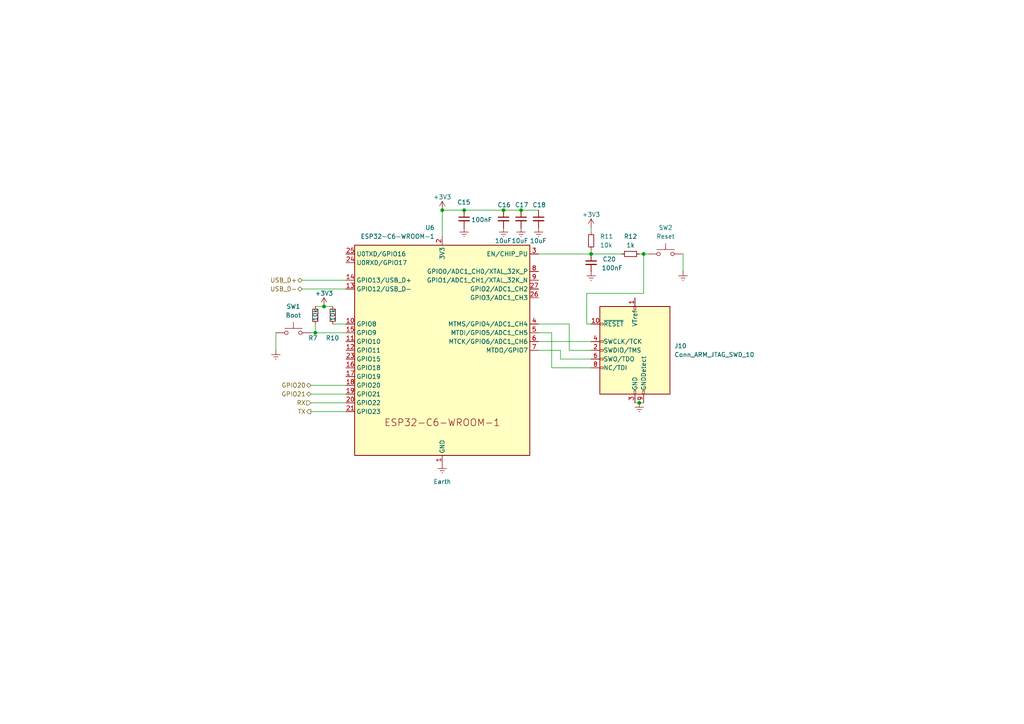
<source format=kicad_sch>
(kicad_sch (version 20231120) (generator "eeschema") (generator_version "8.0")
  (paper "A4")
  (lib_symbols
    (symbol "Connector:Conn_ARM_JTAG_SWD_10" (pin_names (offset 1.016))
      (property "Reference" "J" (at -2.54 16.51 0))
      (property "Value" "Conn_ARM_JTAG_SWD_10" (at -2.54 13.97 0))
      (symbol "Conn_ARM_JTAG_SWD_10_0_1"
        (rectangle (start -10.16 12.7) (end 10.16 -12.7) (stroke (width 0.254)) (fill (type background)))
        (rectangle (start -2.794 -12.7) (end -2.286 -11.684))
        (rectangle (start -0.254 -12.7) (end 0.254 -11.684))
        (rectangle (start -0.254 12.7) (end 0.254 11.684))
        (rectangle (start 9.144 2.286) (end 10.16 2.794))
        (rectangle (start 10.16 -2.794) (end 9.144 -2.286))
        (rectangle (start 10.16 -0.254) (end 9.144 0.254))
        (rectangle (start 10.16 7.874) (end 9.144 7.366))
      )
      (symbol "Conn_ARM_JTAG_SWD_10_1_1"
        (rectangle (start 9.144 -5.334) (end 10.16 -4.826))
        (pin power_in line (at 0 15.24 270) (length 2.54) (name "VTref") (number "1"))
        (pin open_collector line (at 12.7 7.62 180) (length 2.54) (name "~{RESET}") (number "10"))
        (pin bidirectional line (at 12.7 0 180) (length 2.54) (name "SWDIO/TMS") (number "2"))
        (pin power_in line (at 0 -15.24 90) (length 2.54) (name "GND") (number "3"))
        (pin output line (at 12.7 2.54 180) (length 2.54) (name "SWCLK/TCK") (number "4"))
        (pin passive line (at 0 -15.24 90) (length 2.54) hide (name "GND") (number "5"))
        (pin input line (at 12.7 -2.54 180) (length 2.54) (name "SWO/TDO") (number "6"))
        (pin no_connect line (at -10.16 0 0) (length 2.54) hide (name "KEY") (number "7"))
        (pin output line (at 12.7 -5.08 180) (length 2.54) (name "NC/TDI") (number "8"))
        (pin passive line (at -2.54 -15.24 90) (length 2.54) (name "GNDDetect") (number "9"))
      )
    )
    (symbol "Device:C_Small" (pin_numbers hide) (pin_names (offset 0.254) hide)
      (property "Reference" "C" (at 0.254 1.778 0))
      (property "Value" "C_Small" (at 0.254 -2.032 0))
      (symbol "C_Small_0_1"
        (polyline (pts (xy -1.524 -0.508) (xy 1.524 -0.508)) (stroke (width 0.3302)))
        (polyline (pts (xy -1.524 0.508) (xy 1.524 0.508)) (stroke (width 0.3048)))
      )
      (symbol "C_Small_1_1"
        (pin passive line (at 0 2.54 270) (length 2.032) (name "~") (number "1"))
        (pin passive line (at 0 -2.54 90) (length 2.032) (name "~") (number "2"))
      )
    )
    (symbol "Device:R_Small" (pin_numbers hide) (pin_names (offset 0.254) hide)
      (property "Reference" "R" (at 0.762 0.508 0))
      (property "Value" "R_Small" (at 0.762 -1.016 0))
      (symbol "R_Small_0_1"
        (rectangle (start -0.762 1.778) (end 0.762 -1.778) (stroke (width 0.2032)))
      )
      (symbol "R_Small_1_1"
        (pin passive line (at 0 2.54 270) (length 0.762) (name "~") (number "1"))
        (pin passive line (at 0 -2.54 90) (length 0.762) (name "~") (number "2"))
      )
    )
    (symbol "Espressif:ESP32-C6-WROOM-1"
      (property "Reference" "U" (at -25.4 35.56 0))
      (property "Value" "ESP32-C6-WROOM-1" (at -25.4 33.02 0))
      (symbol "ESP32-C6-WROOM-1_0_0"
        (text "ESP32-C6-WROOM-1" (at 0 -20.955 0) (effects (font (size 2 2))))
      )
      (symbol "ESP32-C6-WROOM-1_0_1"
        (rectangle (start -25.4 30.48) (end 25.4 -30.48) (stroke (width 0.254)) (fill (type background)))
      )
      (symbol "ESP32-C6-WROOM-1_1_1"
        (pin power_in line (at 0 -33.02 90) (length 2.54) (name "GND") (number "1"))
        (pin bidirectional line (at 27.94 7.62 180) (length 2.54) (name "GPIO8") (number "10"))
        (pin bidirectional line (at 27.94 2.54 180) (length 2.54) (name "GPIO10") (number "11"))
        (pin bidirectional line (at 27.94 0 180) (length 2.54) (name "GPIO11") (number "12"))
        (pin bidirectional line (at 27.94 17.78 180) (length 2.54) (name "GPIO12/USB_D-") (number "13"))
        (pin bidirectional line (at 27.94 20.32 180) (length 2.54) (name "GPIO13/USB_D+") (number "14"))
        (pin bidirectional line (at 27.94 5.08 180) (length 2.54) (name "GPIO9") (number "15"))
        (pin bidirectional line (at 27.94 -5.08 180) (length 2.54) (name "GPIO18") (number "16"))
        (pin bidirectional line (at 27.94 -7.62 180) (length 2.54) (name "GPIO19") (number "17"))
        (pin bidirectional line (at 27.94 -10.16 180) (length 2.54) (name "GPIO20") (number "18"))
        (pin bidirectional line (at 27.94 -12.7 180) (length 2.54) (name "GPIO21") (number "19"))
        (pin power_in line (at 0 33.02 270) (length 2.54) (name "3V3") (number "2"))
        (pin bidirectional line (at 27.94 -15.24 180) (length 2.54) (name "GPIO22") (number "20"))
        (pin bidirectional line (at 27.94 -17.78 180) (length 2.54) (name "GPIO23") (number "21"))
        (pin no_connect line (at -25.4 -12.7 0) (length 2.54) hide (name "NC") (number "22"))
        (pin bidirectional line (at 27.94 -2.54 180) (length 2.54) (name "GPIO15") (number "23"))
        (pin bidirectional line (at 27.94 25.4 180) (length 2.54) (name "U0RXD/GPIO17") (number "24"))
        (pin bidirectional line (at 27.94 27.94 180) (length 2.54) (name "U0TXD/GPIO16") (number "25"))
        (pin bidirectional line (at -27.94 15.24 0) (length 2.54) (name "GPIO3/ADC1_CH3") (number "26"))
        (pin bidirectional line (at -27.94 17.78 0) (length 2.54) (name "GPIO2/ADC1_CH2") (number "27"))
        (pin passive line (at 0 -33.02 90) (length 2.54) hide (name "GND") (number "28"))
        (pin passive line (at 0 -33.02 90) (length 2.54) hide (name "GND") (number "29"))
        (pin input line (at -27.94 27.94 0) (length 2.54) (name "EN/CHIP_PU") (number "3"))
        (pin bidirectional line (at -27.94 7.62 0) (length 2.54) (name "MTMS/GPIO4/ADC1_CH4") (number "4"))
        (pin bidirectional line (at -27.94 5.08 0) (length 2.54) (name "MTDI/GPIO5/ADC1_CH5") (number "5"))
        (pin bidirectional line (at -27.94 2.54 0) (length 2.54) (name "MTCK/GPIO6/ADC1_CH6") (number "6"))
        (pin bidirectional line (at -27.94 0 0) (length 2.54) (name "MTDO/GPIO7") (number "7"))
        (pin bidirectional line (at -27.94 22.86 0) (length 2.54) (name "GPIO0/ADC1_CH0/XTAL_32K_P") (number "8"))
        (pin bidirectional line (at -27.94 20.32 0) (length 2.54) (name "GPIO1/ADC1_CH1/XTAL_32K_N") (number "9"))
      )
    )
    (symbol "Switch:SW_Push" (pin_numbers hide) (pin_names (offset 1.016) hide)
      (property "Reference" "SW" (at 1.27 2.54 0))
      (property "Value" "SW_Push" (at 0 -1.524 0))
      (symbol "SW_Push_0_1"
        (circle (center -2.032 0) (radius 0.508))
        (polyline (pts (xy 0 1.27) (xy 0 3.048)))
        (polyline (pts (xy 2.54 1.27) (xy -2.54 1.27)))
        (circle (center 2.032 0) (radius 0.508))
        (pin passive line (at -5.08 0 0) (length 2.54) (name "1") (number "1"))
        (pin passive line (at 5.08 0 180) (length 2.54) (name "2") (number "2"))
      )
    )
    (symbol "power:+3V3" (power) (pin_numbers hide) (pin_names (offset 0) hide)
      (property "Value" "+3V3" (at 0 3.556 0))
      (symbol "+3V3_0_1"
        (polyline (pts (xy -0.762 1.27) (xy 0 2.54)))
        (polyline (pts (xy 0 0) (xy 0 2.54)))
        (polyline (pts (xy 0 2.54) (xy 0.762 1.27)))
      )
      (symbol "+3V3_1_1"
        (pin power_in line (at 0 0 90) (length 0) (name "~") (number "1"))
      )
    )
    (symbol "power:Earth" (power) (pin_numbers hide) (pin_names (offset 0) hide)
      (property "Value" "Earth" (at 0 -3.81 0))
      (symbol "Earth_0_1"
        (polyline (pts (xy -0.635 -1.905) (xy 0.635 -1.905)))
        (polyline (pts (xy -0.127 -2.54) (xy 0.127 -2.54)))
        (polyline (pts (xy 0 -1.27) (xy 0 0)))
        (polyline (pts (xy 1.27 -1.27) (xy -1.27 -1.27)))
      )
      (symbol "Earth_1_1"
        (pin power_in line (at 0 0 270) (length 0) (name "~") (number "1"))
      )
    )
  )
  (junction (at 186.69 73.66))
  (junction (at 146.05 60.96))
  (junction (at 91.44 96.52))
  (junction (at 171.45 73.66))
  (junction (at 151.13 60.96))
  (junction (at 134.62 60.96))
  (junction (at 185.42 116.84))
  (junction (at 128.27 60.96))
  (junction (at 93.98 88.9))
  (wire (pts (xy 146.05 60.96) (xy 151.13 60.96)))
  (wire (pts (xy 170.18 93.98) (xy 171.45 93.98)))
  (wire (pts (xy 87.63 81.28) (xy 100.33 81.28)))
  (wire (pts (xy 171.45 72.39) (xy 171.45 73.66)))
  (wire (pts (xy 165.1 101.6) (xy 165.1 93.98)))
  (wire (pts (xy 156.21 101.6) (xy 162.56 101.6)))
  (wire (pts (xy 171.45 66.04) (xy 171.45 67.31)))
  (wire (pts (xy 93.98 88.9) (xy 96.52 88.9)))
  (wire (pts (xy 198.12 73.66) (xy 198.12 78.74)))
  (wire (pts (xy 134.62 60.96) (xy 128.27 60.96)))
  (wire (pts (xy 90.17 111.76) (xy 100.33 111.76)))
  (wire (pts (xy 93.98 88.9) (xy 91.44 88.9)))
  (wire (pts (xy 165.1 93.98) (xy 156.21 93.98)))
  (wire (pts (xy 90.17 96.52) (xy 91.44 96.52)))
  (wire (pts (xy 162.56 101.6) (xy 162.56 104.14)))
  (wire (pts (xy 171.45 73.66) (xy 180.34 73.66)))
  (wire (pts (xy 185.42 73.66) (xy 186.69 73.66)))
  (wire (pts (xy 128.27 60.96) (xy 128.27 68.58)))
  (wire (pts (xy 185.42 116.84) (xy 186.69 116.84)))
  (wire (pts (xy 91.44 96.52) (xy 100.33 96.52)))
  (wire (pts (xy 171.45 101.6) (xy 165.1 101.6)))
  (wire (pts (xy 134.62 60.96) (xy 146.05 60.96)))
  (wire (pts (xy 96.52 93.98) (xy 100.33 93.98)))
  (wire (pts (xy 151.13 60.96) (xy 156.21 60.96)))
  (wire (pts (xy 170.18 93.98) (xy 170.18 85.09)))
  (wire (pts (xy 186.69 73.66) (xy 186.69 85.09)))
  (wire (pts (xy 91.44 93.98) (xy 91.44 96.52)))
  (wire (pts (xy 187.96 73.66) (xy 186.69 73.66)))
  (wire (pts (xy 184.15 116.84) (xy 185.42 116.84)))
  (wire (pts (xy 90.17 119.38) (xy 100.33 119.38)))
  (wire (pts (xy 90.17 114.3) (xy 100.33 114.3)))
  (wire (pts (xy 160.02 96.52) (xy 160.02 106.68)))
  (wire (pts (xy 156.21 96.52) (xy 160.02 96.52)))
  (wire (pts (xy 156.21 99.06) (xy 171.45 99.06)))
  (wire (pts (xy 160.02 106.68) (xy 171.45 106.68)))
  (wire (pts (xy 80.01 96.52) (xy 80.01 101.6)))
  (wire (pts (xy 90.17 116.84) (xy 100.33 116.84)))
  (wire (pts (xy 170.18 85.09) (xy 186.69 85.09)))
  (wire (pts (xy 156.21 73.66) (xy 171.45 73.66)))
  (wire (pts (xy 87.63 83.82) (xy 100.33 83.82)))
  (wire (pts (xy 162.56 104.14) (xy 171.45 104.14)))
  (hierarchical_label "RX" (shape input) (at 90.17 116.84 180))
  (hierarchical_label "GPIO21" (shape bidirectional) (at 90.17 114.3 180))
  (hierarchical_label "USB_D+" (shape bidirectional) (at 87.63 81.28 180))
  (hierarchical_label "GPIO20" (shape bidirectional) (at 90.17 111.76 180))
  (hierarchical_label "TX" (shape output) (at 90.17 119.38 180))
  (hierarchical_label "USB_D-" (shape bidirectional) (at 87.63 83.82 180))
  (symbol (lib_id "Device:C_Small") (at 151.13 63.5 0) (mirror y) (unit 1)
    (property "Reference" "C17" (at 149.352 59.436 0) (effects (justify right)))
    (property "Value" "10uF" (at 148.336 69.85 0) (effects (justify right)))
    (property "Footprint" "Capacitor_SMD:C_0805_2012Metric" (effects (hide yes)))
    (property "Description" "Unpolarized capacitor, small symbol" (effects (hide yes)))
  )
  (symbol (lib_id "power:+3V3") (at 171.45 66.04 0) (unit 1)
    (property "Reference" "#PWR052" (effects (hide yes)))
    (property "Value" "+3V3" (at 171.45 62.23 0))
    (property "Description" "Power symbol creates a global label with name \"+3V3\"" (effects (hide yes)))
  )
  (symbol (lib_id "Device:R_Small") (at 91.44 91.44 0) (unit 1)
    (property "Reference" "R7" (at 89.408 98.044 0) (effects (justify left)))
    (property "Value" "10k" (at 91.44 93.218 90) (effects (justify left)))
    (property "Footprint" "Resistor_SMD:R_0603_1608Metric" (effects (hide yes)))
    (property "Description" "Resistor, small symbol" (effects (hide yes)))
  )
  (symbol (lib_id "power:Earth") (at 80.01 101.6 0) (mirror y) (unit 1)
    (property "Reference" "#PWR043" (effects (hide yes)))
    (property "Value" "Earth" (effects (hide yes)))
    (property "Description" "Power symbol creates a global label with name \"Earth\"" (effects (hide yes)))
  )
  (symbol (lib_id "power:Earth") (at 128.27 134.62 0) (unit 1)
    (property "Reference" "#PWR046" (effects (hide yes)))
    (property "Value" "Earth" (at 128.27 139.7 0))
    (property "Description" "Power symbol creates a global label with name \"Earth\"" (effects (hide yes)))
  )
  (symbol (lib_id "Device:C_Small") (at 156.21 63.5 0) (mirror y) (unit 1)
    (property "Reference" "C18" (at 154.432 59.436 0) (effects (justify right)))
    (property "Value" "10uF" (at 153.67 69.85 0) (effects (justify right)))
    (property "Footprint" "Capacitor_SMD:C_0805_2012Metric" (effects (hide yes)))
    (property "Description" "Unpolarized capacitor, small symbol" (effects (hide yes)))
  )
  (symbol (lib_id "power:Earth") (at 134.62 66.04 0) (unit 1)
    (property "Reference" "#PWR047" (effects (hide yes)))
    (property "Value" "Earth" (effects (hide yes)))
    (property "Description" "Power symbol creates a global label with name \"Earth\"" (effects (hide yes)))
  )
  (symbol (lib_id "Espressif:ESP32-C6-WROOM-1") (at 128.27 101.6 0) (mirror y) (unit 1)
    (property "Reference" "U6" (at 126.0759 66.04 0) (effects (justify left)))
    (property "Value" "ESP32-C6-WROOM-1" (at 126.0759 68.58 0) (effects (justify left)))
    (property "Footprint" "Library:ESP32-C6-WROOM-1" (effects (hide yes)))
    (property "Datasheet" "https://www.espressif.com/sites/default/files/documentation/esp32-c6-wroom-1_wroom-1u_datasheet_en.pdf" (effects (hide yes)))
    (property "Description" "ESP32-C6-WROOM-1/U is a module that supports 2.4 GHz Wi-Fi 6 (802.11 ax), Bluetooth® 5 (LE), Zigbee and Thread (802.15.4)" (effects (hide yes)))
  )
  (symbol (lib_id "power:Earth") (at 185.42 116.84 0) (unit 1)
    (property "Reference" "#PWR061" (effects (hide yes)))
    (property "Value" "Earth" (effects (hide yes)))
    (property "Description" "Power symbol creates a global label with name \"Earth\"" (effects (hide yes)))
  )
  (symbol (lib_id "Device:R_Small") (at 182.88 73.66 90) (unit 1)
    (property "Reference" "R12" (at 182.88 68.58 90))
    (property "Value" "1k" (at 182.88 71.12 90))
    (property "Footprint" "Resistor_SMD:R_0603_1608Metric" (effects (hide yes)))
    (property "Description" "Resistor, small symbol" (effects (hide yes)))
  )
  (symbol (lib_id "power:Earth") (at 171.45 78.74 0) (unit 1)
    (property "Reference" "#PWR060" (effects (hide yes)))
    (property "Value" "Earth" (effects (hide yes)))
    (property "Description" "Power symbol creates a global label with name \"Earth\"" (effects (hide yes)))
  )
  (symbol (lib_id "Device:C_Small") (at 146.05 63.5 0) (mirror y) (unit 1)
    (property "Reference" "C16" (at 144.272 59.436 0) (effects (justify right)))
    (property "Value" "10uF" (at 143.51 69.85 0) (effects (justify right)))
    (property "Footprint" "Capacitor_SMD:C_0805_2012Metric" (effects (hide yes)))
    (property "Description" "Unpolarized capacitor, small symbol" (effects (hide yes)))
  )
  (symbol (lib_id "power:Earth") (at 151.13 66.04 0) (unit 1)
    (property "Reference" "#PWR049" (effects (hide yes)))
    (property "Value" "Earth" (effects (hide yes)))
    (property "Description" "Power symbol creates a global label with name \"Earth\"" (effects (hide yes)))
  )
  (symbol (lib_id "Switch:SW_Push") (at 193.04 73.66 0) (unit 1)
    (property "Reference" "SW2" (at 193.04 66.04 0))
    (property "Value" "Reset" (at 193.04 68.58 0))
    (property "Description" "Push button switch, generic, two pins" (effects (hide yes)))
  )
  (symbol (lib_id "power:+3V3") (at 93.98 88.9 0) (unit 1)
    (property "Reference" "#PWR044" (effects (hide yes)))
    (property "Value" "+3V3" (at 93.98 85.09 0))
    (property "Description" "Power symbol creates a global label with name \"+3V3\"" (effects (hide yes)))
  )
  (symbol (lib_id "power:Earth") (at 156.21 66.04 0) (unit 1)
    (property "Reference" "#PWR051" (effects (hide yes)))
    (property "Value" "Earth" (effects (hide yes)))
    (property "Description" "Power symbol creates a global label with name \"Earth\"" (effects (hide yes)))
  )
  (symbol (lib_id "Device:C_Small") (at 134.62 63.5 0) (mirror y) (unit 1)
    (property "Reference" "C15" (at 132.588 58.674 0) (effects (justify right)))
    (property "Value" "100nF" (at 136.652 63.754 0) (effects (justify right)))
    (property "Footprint" "Capacitor_SMD:C_0402_1005Metric" (effects (hide yes)))
    (property "Description" "Unpolarized capacitor, small symbol" (effects (hide yes)))
  )
  (symbol (lib_id "power:+3V3") (at 128.27 60.96 0) (unit 1)
    (property "Reference" "#PWR045" (effects (hide yes)))
    (property "Value" "+3V3" (at 128.27 57.15 0))
    (property "Description" "Power symbol creates a global label with name \"+3V3\"" (effects (hide yes)))
  )
  (symbol (lib_id "Connector:Conn_ARM_JTAG_SWD_10") (at 184.15 101.6 0) (mirror y) (unit 1)
    (property "Reference" "J10" (at 195.58 100.3299 0) (effects (justify right)))
    (property "Value" "Conn_ARM_JTAG_SWD_10" (at 195.58 102.8699 0) (effects (justify right)))
    (property "Datasheet" "http://infocenter.arm.com/help/topic/com.arm.doc.ddi0314h/DDI0314H_coresight_components_trm.pdf" (effects (hide yes)))
    (property "Description" "Cortex Debug Connector, standard ARM Cortex-M SWD and JTAG interface" (effects (hide yes)))
  )
  (symbol (lib_id "Device:R_Small") (at 96.52 91.44 0) (unit 1)
    (property "Reference" "R10" (at 94.488 98.044 0) (effects (justify left)))
    (property "Value" "10k" (at 96.52 93.218 90) (effects (justify left)))
    (property "Footprint" "Resistor_SMD:R_0603_1608Metric" (effects (hide yes)))
    (property "Description" "Resistor, small symbol" (effects (hide yes)))
  )
  (symbol (lib_id "power:Earth") (at 146.05 66.04 0) (unit 1)
    (property "Reference" "#PWR048" (effects (hide yes)))
    (property "Value" "Earth" (effects (hide yes)))
    (property "Description" "Power symbol creates a global label with name \"Earth\"" (effects (hide yes)))
  )
  (symbol (lib_id "Device:R_Small") (at 171.45 69.85 0) (unit 1)
    (property "Reference" "R11" (at 173.99 68.5799 0) (effects (justify left)))
    (property "Value" "10k" (at 173.99 71.1199 0) (effects (justify left)))
    (property "Footprint" "Resistor_SMD:R_0603_1608Metric" (effects (hide yes)))
    (property "Description" "Resistor, small symbol" (effects (hide yes)))
  )
  (symbol (lib_id "Device:C_Small") (at 171.45 76.2 0) (mirror y) (unit 1)
    (property "Reference" "C20" (at 174.752 75.184 0) (effects (justify right)))
    (property "Value" "100nF" (at 174.498 77.724 0) (effects (justify right)))
    (property "Footprint" "Capacitor_SMD:C_0402_1005Metric" (effects (hide yes)))
    (property "Description" "Unpolarized capacitor, small symbol" (effects (hide yes)))
  )
  (symbol (lib_id "power:Earth") (at 198.12 78.74 0) (unit 1)
    (property "Reference" "#PWR062" (effects (hide yes)))
    (property "Value" "Earth" (effects (hide yes)))
    (property "Description" "Power symbol creates a global label with name \"Earth\"" (effects (hide yes)))
  )
  (symbol (lib_id "Switch:SW_Push") (at 85.09 96.52 0) (mirror y) (unit 1)
    (property "Reference" "SW1" (at 85.09 88.9 0))
    (property "Value" "Boot" (at 85.09 91.44 0))
    (property "Description" "Push button switch, generic, two pins" (effects (hide yes)))
  )
)
</source>
